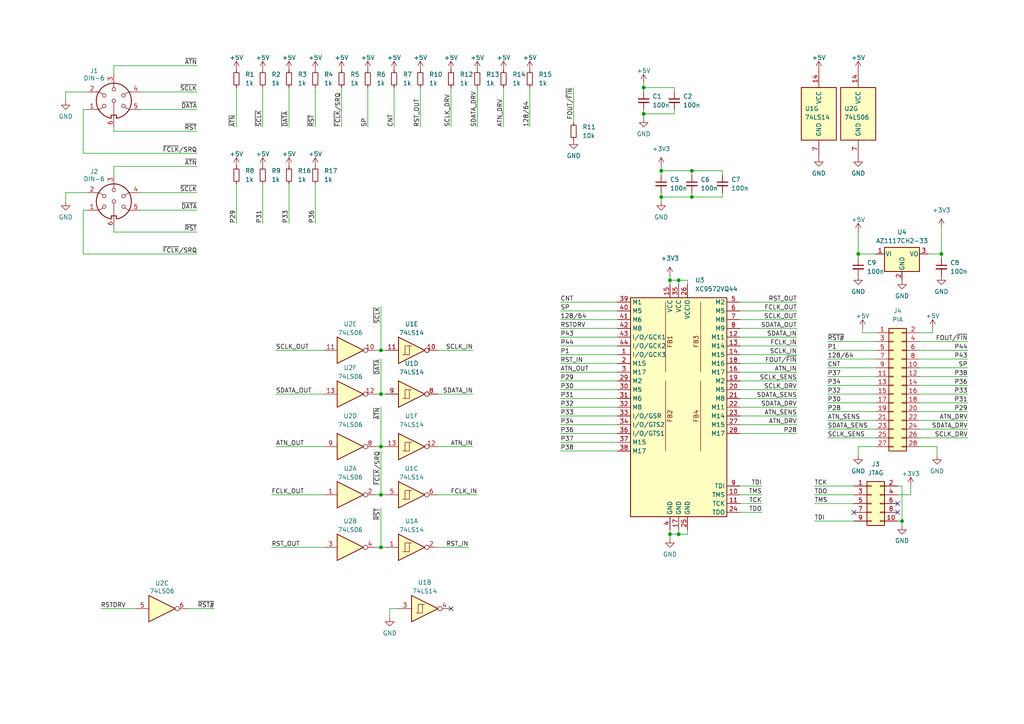
<source format=kicad_sch>
(kicad_sch (version 20231120) (generator "eeschema") (generator_version "8.0")
  (paper "A4")
  (title_block (title "IEC Adapter for Unicomp") (date "2024-12-25") (rev "v0.1") (company "100% Offner") (comment 1 "v0.1: Initial"))
  (lib_symbols
    (symbol "74xx:74LS06" (pin_names (offset 1.016))
      (property "Reference" "U" (at 0 1.27 0))
      (property "Value" "74LS06" (at 0 -1.27 0))
      (symbol "74LS06_1_0"
        (pin input line (at -7.62 0 0) (length 3.81) (name "~") (number "1"))
        (pin open_collector inverted (at 7.62 0 180) (length 3.81) (name "~") (number "2"))
      )
      (symbol "74LS06_2_0"
        (pin input line (at -7.62 0 0) (length 3.81) (name "~") (number "3"))
        (pin open_collector inverted (at 7.62 0 180) (length 3.81) (name "~") (number "4"))
      )
      (symbol "74LS06_3_0"
        (pin input line (at -7.62 0 0) (length 3.81) (name "~") (number "5"))
        (pin open_collector inverted (at 7.62 0 180) (length 3.81) (name "~") (number "6"))
      )
      (symbol "74LS06_4_0"
        (pin open_collector inverted (at 7.62 0 180) (length 3.81) (name "~") (number "8"))
        (pin input line (at -7.62 0 0) (length 3.81) (name "~") (number "9"))
      )
      (symbol "74LS06_5_0"
        (pin open_collector inverted (at 7.62 0 180) (length 3.81) (name "~") (number "10"))
        (pin input line (at -7.62 0 0) (length 3.81) (name "~") (number "11"))
      )
      (symbol "74LS06_6_0"
        (pin open_collector inverted (at 7.62 0 180) (length 3.81) (name "~") (number "12"))
        (pin input line (at -7.62 0 0) (length 3.81) (name "~") (number "13"))
      )
      (symbol "74LS06_7_0"
        (pin power_in line (at 0 12.7 270) (length 5.08) (name "VCC") (number "14"))
        (pin power_in line (at 0 -12.7 90) (length 5.08) (name "GND") (number "7"))
      )
    )
    (symbol "74xx:74LS14" (pin_names (offset 1.016))
      (property "Reference" "U" (at 0 1.27 0))
      (property "Value" "74LS14" (at 0 -1.27 0))
      (symbol "74LS14_1_0"
        (pin input line (at -7.62 0 0) (length 3.81) (name "~") (number "1"))
        (pin output inverted (at 7.62 0 180) (length 3.81) (name "~") (number "2"))
      )
      (symbol "74LS14_2_0"
        (pin input line (at -7.62 0 0) (length 3.81) (name "~") (number "3"))
        (pin output inverted (at 7.62 0 180) (length 3.81) (name "~") (number "4"))
      )
      (symbol "74LS14_3_0"
        (pin input line (at -7.62 0 0) (length 3.81) (name "~") (number "5"))
        (pin output inverted (at 7.62 0 180) (length 3.81) (name "~") (number "6"))
      )
      (symbol "74LS14_4_0"
        (pin output inverted (at 7.62 0 180) (length 3.81) (name "~") (number "8"))
        (pin input line (at -7.62 0 0) (length 3.81) (name "~") (number "9"))
      )
      (symbol "74LS14_5_0"
        (pin output inverted (at 7.62 0 180) (length 3.81) (name "~") (number "10"))
        (pin input line (at -7.62 0 0) (length 3.81) (name "~") (number "11"))
      )
      (symbol "74LS14_6_0"
        (pin output inverted (at 7.62 0 180) (length 3.81) (name "~") (number "12"))
        (pin input line (at -7.62 0 0) (length 3.81) (name "~") (number "13"))
      )
      (symbol "74LS14_7_0"
        (pin power_in line (at 0 12.7 270) (length 5.08) (name "VCC") (number "14"))
        (pin power_in line (at 0 -12.7 90) (length 5.08) (name "GND") (number "7"))
      )
    )
    (symbol "Connector:DIN-6" (pin_names (offset 1.016))
      (property "Reference" "J" (at 3.175 5.715 0))
      (property "Value" "DIN-6" (at 4.445 -4.445 0))
      (symbol "DIN-6_1_1"
        (pin passive line (at -7.62 -2.54 0) (length 2.54) (name "~") (number "1"))
        (pin passive line (at -7.62 2.54 0) (length 2.54) (name "~") (number "2"))
        (pin passive line (at 0 7.62 270) (length 2.54) (name "~") (number "3"))
        (pin passive line (at 7.62 2.54 180) (length 2.54) (name "~") (number "4"))
        (pin passive line (at 7.62 -2.54 180) (length 2.54) (name "~") (number "5"))
        (pin passive line (at 0 -7.62 90) (length 2.54) (name "~") (number "6"))
      )
    )
    (symbol "Connector_Generic:Conn_02x05_Odd_Even" (pin_names (offset 1.016) hide)
      (property "Reference" "J" (at 1.27 7.62 0))
      (property "Value" "Conn_02x05_Odd_Even" (at 1.27 -7.62 0))
      (symbol "Conn_02x05_Odd_Even_1_1"
        (pin passive line (at -5.08 5.08 0) (length 3.81) (name "Pin_1") (number "1"))
        (pin passive line (at 7.62 -5.08 180) (length 3.81) (name "Pin_10") (number "10"))
        (pin passive line (at 7.62 5.08 180) (length 3.81) (name "Pin_2") (number "2"))
        (pin passive line (at -5.08 2.54 0) (length 3.81) (name "Pin_3") (number "3"))
        (pin passive line (at 7.62 2.54 180) (length 3.81) (name "Pin_4") (number "4"))
        (pin passive line (at -5.08 0 0) (length 3.81) (name "Pin_5") (number "5"))
        (pin passive line (at 7.62 0 180) (length 3.81) (name "Pin_6") (number "6"))
        (pin passive line (at -5.08 -2.54 0) (length 3.81) (name "Pin_7") (number "7"))
        (pin passive line (at 7.62 -2.54 180) (length 3.81) (name "Pin_8") (number "8"))
        (pin passive line (at -5.08 -5.08 0) (length 3.81) (name "Pin_9") (number "9"))
      )
    )
    (symbol "Connector_Generic:Conn_02x14_Odd_Even" (pin_names (offset 1.016) hide)
      (property "Reference" "J" (at 1.27 17.78 0))
      (property "Value" "Conn_02x14_Odd_Even" (at 1.27 -20.32 0))
      (symbol "Conn_02x14_Odd_Even_1_1"
        (pin passive line (at -5.08 15.24 0) (length 3.81) (name "Pin_1") (number "1"))
        (pin passive line (at 7.62 5.08 180) (length 3.81) (name "Pin_10") (number "10"))
        (pin passive line (at -5.08 2.54 0) (length 3.81) (name "Pin_11") (number "11"))
        (pin passive line (at 7.62 2.54 180) (length 3.81) (name "Pin_12") (number "12"))
        (pin passive line (at -5.08 0 0) (length 3.81) (name "Pin_13") (number "13"))
        (pin passive line (at 7.62 0 180) (length 3.81) (name "Pin_14") (number "14"))
        (pin passive line (at -5.08 -2.54 0) (length 3.81) (name "Pin_15") (number "15"))
        (pin passive line (at 7.62 -2.54 180) (length 3.81) (name "Pin_16") (number "16"))
        (pin passive line (at -5.08 -5.08 0) (length 3.81) (name "Pin_17") (number "17"))
        (pin passive line (at 7.62 -5.08 180) (length 3.81) (name "Pin_18") (number "18"))
        (pin passive line (at -5.08 -7.62 0) (length 3.81) (name "Pin_19") (number "19"))
        (pin passive line (at 7.62 15.24 180) (length 3.81) (name "Pin_2") (number "2"))
        (pin passive line (at 7.62 -7.62 180) (length 3.81) (name "Pin_20") (number "20"))
        (pin passive line (at -5.08 -10.16 0) (length 3.81) (name "Pin_21") (number "21"))
        (pin passive line (at 7.62 -10.16 180) (length 3.81) (name "Pin_22") (number "22"))
        (pin passive line (at -5.08 -12.7 0) (length 3.81) (name "Pin_23") (number "23"))
        (pin passive line (at 7.62 -12.7 180) (length 3.81) (name "Pin_24") (number "24"))
        (pin passive line (at -5.08 -15.24 0) (length 3.81) (name "Pin_25") (number "25"))
        (pin passive line (at 7.62 -15.24 180) (length 3.81) (name "Pin_26") (number "26"))
        (pin passive line (at -5.08 -17.78 0) (length 3.81) (name "Pin_27") (number "27"))
        (pin passive line (at 7.62 -17.78 180) (length 3.81) (name "Pin_28") (number "28"))
        (pin passive line (at -5.08 12.7 0) (length 3.81) (name "Pin_3") (number "3"))
        (pin passive line (at 7.62 12.7 180) (length 3.81) (name "Pin_4") (number "4"))
        (pin passive line (at -5.08 10.16 0) (length 3.81) (name "Pin_5") (number "5"))
        (pin passive line (at 7.62 10.16 180) (length 3.81) (name "Pin_6") (number "6"))
        (pin passive line (at -5.08 7.62 0) (length 3.81) (name "Pin_7") (number "7"))
        (pin passive line (at 7.62 7.62 180) (length 3.81) (name "Pin_8") (number "8"))
        (pin passive line (at -5.08 5.08 0) (length 3.81) (name "Pin_9") (number "9"))
      )
    )
    (symbol "Device:C_Small" (pin_numbers hide) (pin_names (offset 0.254) hide)
      (property "Reference" "C" (at 0.254 1.778 0))
      (property "Value" "C_Small" (at 0.254 -2.032 0))
      (symbol "C_Small_1_1"
        (pin passive line (at 0 2.54 270) (length 2.032) (name "~") (number "1"))
        (pin passive line (at 0 -2.54 90) (length 2.032) (name "~") (number "2"))
      )
    )
    (symbol "Device:R_Small" (pin_numbers hide) (pin_names (offset 0.254) hide)
      (property "Reference" "R" (at 0.762 0.508 0))
      (property "Value" "R_Small" (at 0.762 -1.016 0))
      (symbol "R_Small_1_1"
        (pin passive line (at 0 2.54 270) (length 0.762) (name "~") (number "1"))
        (pin passive line (at 0 -2.54 90) (length 0.762) (name "~") (number "2"))
      )
    )
    (symbol "Regulator_Linear:AP7361C-33E" (pin_names (offset 0.254))
      (property "Reference" "U" (at -3.81 3.175 0))
      (property "Value" "AP7361C-33E" (at 0 3.175 0))
      (symbol "AP7361C-33E_1_1"
        (pin power_in line (at -7.62 0 0) (length 2.54) (name "VI") (number "1"))
        (pin power_in line (at 0 -7.62 90) (length 2.54) (name "GND") (number "2"))
        (pin power_out line (at 7.62 0 180) (length 2.54) (name "VO") (number "3"))
      )
    )
    (symbol "my_ics_new:XC9572VQ44"
      (property "Reference" "U" (at -12.7 34.29 0))
      (property "Value" "XC9572VQ44" (at -12.7 31.75 0))
      (symbol "XC9572VQ44_0_0"
        (text "FB1" (at -2.54 16.51 900) (effects (font (size 1.27 1.27))))
        (text "FB2" (at -2.54 -5.08 900) (effects (font (size 1.27 1.27))))
        (text "FB3" (at 5.08 16.51 900) (effects (font (size 1.27 1.27))))
        (text "FB4" (at 5.08 -5.08 900) (effects (font (size 1.27 1.27))))
      )
      (symbol "XC9572VQ44_1_1"
        (pin bidirectional line (at -17.78 12.7 0) (length 3.81) (name "I/O/GCK3") (number "1"))
        (pin input line (at 17.78 -27.94 180) (length 3.81) (name "TMS") (number "10"))
        (pin input line (at 17.78 -30.48 180) (length 3.81) (name "TCK") (number "11"))
        (pin bidirectional line (at 17.78 17.78 180) (length 3.81) (name "M11") (number "12"))
        (pin bidirectional line (at 17.78 15.24 180) (length 3.81) (name "M14") (number "13"))
        (pin bidirectional line (at 17.78 12.7 180) (length 3.81) (name "M15") (number "14"))
        (pin power_in line (at -2.54 33.02 270) (length 3.81) (name "VCC") (number "15"))
        (pin bidirectional line (at 17.78 7.62 180) (length 3.81) (name "M17") (number "16"))
        (pin power_in line (at 0 -38.1 90) (length 3.81) (name "GND") (number "17"))
        (pin bidirectional line (at 17.78 10.16 180) (length 3.81) (name "M16") (number "18"))
        (pin bidirectional line (at 17.78 5.08 180) (length 3.81) (name "M2") (number "19"))
        (pin bidirectional line (at -17.78 10.16 0) (length 3.81) (name "M15") (number "2"))
        (pin bidirectional line (at 17.78 2.54 180) (length 3.81) (name "M5") (number "20"))
        (pin bidirectional line (at 17.78 0 180) (length 3.81) (name "M8") (number "21"))
        (pin bidirectional line (at 17.78 -2.54 180) (length 3.81) (name "M11") (number "22"))
        (pin bidirectional line (at 17.78 -5.08 180) (length 3.81) (name "M14") (number "23"))
        (pin output line (at 17.78 -33.02 180) (length 3.81) (name "TDO") (number "24"))
        (pin power_in line (at 2.54 -38.1 90) (length 3.81) (name "GND") (number "25"))
        (pin power_in line (at 2.54 33.02 270) (length 3.81) (name "VCCIO") (number "26"))
        (pin bidirectional line (at 17.78 -7.62 180) (length 3.81) (name "M15") (number "27"))
        (pin bidirectional line (at 17.78 -10.16 180) (length 3.81) (name "M17") (number "28"))
        (pin bidirectional line (at -17.78 5.08 0) (length 3.81) (name "M2") (number "29"))
        (pin bidirectional line (at -17.78 7.62 0) (length 3.81) (name "M17") (number "3"))
        (pin bidirectional line (at -17.78 2.54 0) (length 3.81) (name "M5") (number "30"))
        (pin bidirectional line (at -17.78 0 0) (length 3.81) (name "M6") (number "31"))
        (pin bidirectional line (at -17.78 -2.54 0) (length 3.81) (name "M8") (number "32"))
        (pin bidirectional line (at -17.78 -5.08 0) (length 3.81) (name "I/O/GSR") (number "33"))
        (pin bidirectional line (at -17.78 -7.62 0) (length 3.81) (name "I/O/GTS2") (number "34"))
        (pin power_in line (at 0 33.02 270) (length 3.81) (name "VCC") (number "35"))
        (pin bidirectional line (at -17.78 -10.16 0) (length 3.81) (name "I/O/GTS1") (number "36"))
        (pin bidirectional line (at -17.78 -12.7 0) (length 3.81) (name "M15") (number "37"))
        (pin bidirectional line (at -17.78 -15.24 0) (length 3.81) (name "M17") (number "38"))
        (pin bidirectional line (at -17.78 27.94 0) (length 3.81) (name "M1") (number "39"))
        (pin power_in line (at -2.54 -38.1 90) (length 3.81) (name "GND") (number "4"))
        (pin bidirectional line (at -17.78 25.4 0) (length 3.81) (name "M5") (number "40"))
        (pin bidirectional line (at -17.78 22.86 0) (length 3.81) (name "M6") (number "41"))
        (pin bidirectional line (at -17.78 20.32 0) (length 3.81) (name "M8") (number "42"))
        (pin bidirectional line (at -17.78 17.78 0) (length 3.81) (name "I/O/GCK1") (number "43"))
        (pin bidirectional line (at -17.78 15.24 0) (length 3.81) (name "I/O/GCK2") (number "44"))
        (pin bidirectional line (at 17.78 27.94 180) (length 3.81) (name "M2") (number "5"))
        (pin bidirectional line (at 17.78 25.4 180) (length 3.81) (name "M5") (number "6"))
        (pin bidirectional line (at 17.78 22.86 180) (length 3.81) (name "M8") (number "7"))
        (pin bidirectional line (at 17.78 20.32 180) (length 3.81) (name "M9") (number "8"))
        (pin input line (at 17.78 -25.4 180) (length 3.81) (name "TDI") (number "9"))
      )
    )
    (symbol "power:+3V3" (power) (pin_numbers hide) (pin_names (offset 0) hide)
      (property "Value" "+3V3" (at 0 3.556 0))
      (symbol "+3V3_1_1"
        (pin power_in line (at 0 0 90) (length 0) (name "~") (number "1"))
      )
    )
    (symbol "power:+5V" (power) (pin_names (offset 0))
      (property "Value" "+5V" (at 0 3.556 0))
      (symbol "+5V_1_1"
        (pin power_in line (at 0 0 90) (length 0) hide (name "+5V") (number "1"))
      )
    )
    (symbol "power:GND" (power) (pin_names (offset 0))
      (property "Value" "GND" (at 0 -3.81 0))
      (symbol "GND_1_1"
        (pin power_in line (at 0 0 270) (length 0) hide (name "GND") (number "1"))
      )
    )
  )
  (junction (at 200.66 57.15))
  (junction (at 196.85 81.28))
  (junction (at 186.69 25.4))
  (junction (at 273.05 73.66))
  (junction (at 191.77 49.53))
  (junction (at 194.31 154.94))
  (junction (at 110.49 129.54))
  (junction (at 110.49 143.51))
  (junction (at 194.31 81.28))
  (junction (at 200.66 49.53))
  (junction (at 196.85 154.94))
  (junction (at 110.49 101.6))
  (junction (at 191.77 57.15))
  (junction (at 248.92 73.66))
  (junction (at 261.62 151.13))
  (junction (at 110.49 114.3))
  (junction (at 186.69 33.02))
  (junction (at 110.49 158.75))
  (no_connect (at 260.35 148.59))
  (no_connect (at 260.35 146.05))
  (no_connect (at 130.81 176.53))
  (no_connect (at 247.65 148.59))
  (wire (pts (xy 271.78 129.54) (xy 271.78 132.08)))
  (wire (pts (xy 153.67 25.4) (xy 153.67 36.83)))
  (wire (pts (xy 236.22 143.51) (xy 247.65 143.51)))
  (wire (pts (xy 194.31 154.94) (xy 194.31 156.21)))
  (wire (pts (xy 135.89 158.75) (xy 127 158.75)))
  (wire (pts (xy 266.7 114.3) (xy 280.67 114.3)))
  (wire (pts (xy 248.92 129.54) (xy 248.92 132.08)))
  (wire (pts (xy 113.03 176.53) (xy 113.03 179.07)))
  (wire (pts (xy 250.19 95.25) (xy 250.19 96.52)))
  (wire (pts (xy 19.05 58.42) (xy 19.05 55.88)))
  (wire (pts (xy 209.55 55.88) (xy 209.55 57.15)))
  (wire (pts (xy 200.66 50.8) (xy 200.66 49.53)))
  (wire (pts (xy 191.77 49.53) (xy 200.66 49.53)))
  (wire (pts (xy 162.56 115.57) (xy 179.07 115.57)))
  (wire (pts (xy 57.15 44.45) (xy 24.13 44.45)))
  (wire (pts (xy 266.7 119.38) (xy 280.67 119.38)))
  (wire (pts (xy 83.82 53.34) (xy 83.82 64.77)))
  (wire (pts (xy 240.03 104.14) (xy 254 104.14)))
  (wire (pts (xy 186.69 24.13) (xy 186.69 25.4)))
  (wire (pts (xy 270.51 95.25) (xy 270.51 96.52)))
  (wire (pts (xy 162.56 128.27) (xy 179.07 128.27)))
  (wire (pts (xy 220.98 148.59) (xy 214.63 148.59)))
  (wire (pts (xy 194.31 81.28) (xy 196.85 81.28)))
  (wire (pts (xy 266.7 121.92) (xy 280.67 121.92)))
  (wire (pts (xy 24.13 31.75) (xy 25.4 31.75)))
  (wire (pts (xy 127 101.6) (xy 137.16 101.6)))
  (wire (pts (xy 19.05 26.67) (xy 25.4 26.67)))
  (wire (pts (xy 273.05 66.04) (xy 273.05 73.66)))
  (wire (pts (xy 162.56 90.17) (xy 179.07 90.17)))
  (wire (pts (xy 214.63 102.87) (xy 231.14 102.87)))
  (wire (pts (xy 261.62 151.13) (xy 261.62 152.4)))
  (wire (pts (xy 40.64 60.96) (xy 57.15 60.96)))
  (wire (pts (xy 162.56 123.19) (xy 179.07 123.19)))
  (wire (pts (xy 240.03 99.06) (xy 254 99.06)))
  (wire (pts (xy 220.98 143.51) (xy 214.63 143.51)))
  (wire (pts (xy 57.15 19.05) (xy 33.02 19.05)))
  (wire (pts (xy 260.35 140.97) (xy 261.62 140.97)))
  (wire (pts (xy 99.06 25.4) (xy 99.06 36.83)))
  (wire (pts (xy 24.13 60.96) (xy 25.4 60.96)))
  (wire (pts (xy 186.69 34.29) (xy 186.69 33.02)))
  (wire (pts (xy 40.64 55.88) (xy 57.15 55.88)))
  (wire (pts (xy 200.66 49.53) (xy 209.55 49.53)))
  (wire (pts (xy 109.22 129.54) (xy 110.49 129.54)))
  (wire (pts (xy 254 129.54) (xy 248.92 129.54)))
  (wire (pts (xy 127 114.3) (xy 137.16 114.3)))
  (wire (pts (xy 91.44 53.34) (xy 91.44 64.77)))
  (wire (pts (xy 220.98 146.05) (xy 214.63 146.05)))
  (wire (pts (xy 80.01 101.6) (xy 93.98 101.6)))
  (wire (pts (xy 57.15 38.1) (xy 33.02 38.1)))
  (wire (pts (xy 194.31 80.01) (xy 194.31 81.28)))
  (wire (pts (xy 214.63 125.73) (xy 231.14 125.73)))
  (wire (pts (xy 110.49 158.75) (xy 111.76 158.75)))
  (wire (pts (xy 78.74 158.75) (xy 93.98 158.75)))
  (wire (pts (xy 110.49 118.11) (xy 110.49 129.54)))
  (wire (pts (xy 214.63 110.49) (xy 231.14 110.49)))
  (wire (pts (xy 130.81 25.4) (xy 130.81 36.83)))
  (wire (pts (xy 194.31 81.28) (xy 194.31 82.55)))
  (wire (pts (xy 260.35 151.13) (xy 261.62 151.13)))
  (wire (pts (xy 214.63 97.79) (xy 231.14 97.79)))
  (wire (pts (xy 248.92 67.31) (xy 248.92 73.66)))
  (wire (pts (xy 240.03 116.84) (xy 254 116.84)))
  (wire (pts (xy 260.35 143.51) (xy 264.16 143.51)))
  (wire (pts (xy 83.82 25.4) (xy 83.82 36.83)))
  (wire (pts (xy 240.03 114.3) (xy 254 114.3)))
  (wire (pts (xy 29.21 176.53) (xy 39.37 176.53)))
  (wire (pts (xy 68.58 25.4) (xy 68.58 36.83)))
  (wire (pts (xy 214.63 107.95) (xy 231.14 107.95)))
  (wire (pts (xy 266.7 116.84) (xy 280.67 116.84)))
  (wire (pts (xy 220.98 140.97) (xy 214.63 140.97)))
  (wire (pts (xy 110.49 143.51) (xy 109.22 143.51)))
  (wire (pts (xy 115.57 176.53) (xy 113.03 176.53)))
  (wire (pts (xy 266.7 99.06) (xy 280.67 99.06)))
  (wire (pts (xy 214.63 105.41) (xy 231.14 105.41)))
  (wire (pts (xy 186.69 25.4) (xy 195.58 25.4)))
  (wire (pts (xy 33.02 38.1) (xy 33.02 36.83)))
  (wire (pts (xy 261.62 140.97) (xy 261.62 151.13)))
  (wire (pts (xy 266.7 106.68) (xy 280.67 106.68)))
  (wire (pts (xy 110.49 130.81) (xy 110.49 143.51)))
  (wire (pts (xy 214.63 95.25) (xy 231.14 95.25)))
  (wire (pts (xy 214.63 90.17) (xy 231.14 90.17)))
  (wire (pts (xy 76.2 25.4) (xy 76.2 36.83)))
  (wire (pts (xy 110.49 88.9) (xy 110.49 101.6)))
  (wire (pts (xy 273.05 73.66) (xy 273.05 74.93)))
  (wire (pts (xy 162.56 118.11) (xy 179.07 118.11)))
  (wire (pts (xy 78.74 143.51) (xy 93.98 143.51)))
  (wire (pts (xy 199.39 82.55) (xy 199.39 81.28)))
  (wire (pts (xy 254 73.66) (xy 248.92 73.66)))
  (wire (pts (xy 111.76 143.51) (xy 110.49 143.51)))
  (wire (pts (xy 266.7 127) (xy 280.67 127)))
  (wire (pts (xy 209.55 57.15) (xy 200.66 57.15)))
  (wire (pts (xy 209.55 50.8) (xy 209.55 49.53)))
  (wire (pts (xy 110.49 147.32) (xy 110.49 158.75)))
  (wire (pts (xy 214.63 92.71) (xy 231.14 92.71)))
  (wire (pts (xy 195.58 31.75) (xy 195.58 33.02)))
  (wire (pts (xy 196.85 153.67) (xy 196.85 154.94)))
  (wire (pts (xy 195.58 26.67) (xy 195.58 25.4)))
  (wire (pts (xy 191.77 49.53) (xy 191.77 50.8)))
  (wire (pts (xy 162.56 110.49) (xy 179.07 110.49)))
  (wire (pts (xy 266.7 111.76) (xy 280.67 111.76)))
  (wire (pts (xy 138.43 25.4) (xy 138.43 36.83)))
  (wire (pts (xy 146.05 25.4) (xy 146.05 36.83)))
  (wire (pts (xy 110.49 104.14) (xy 110.49 114.3)))
  (wire (pts (xy 214.63 123.19) (xy 231.14 123.19)))
  (wire (pts (xy 240.03 109.22) (xy 254 109.22)))
  (wire (pts (xy 111.76 129.54) (xy 110.49 129.54)))
  (wire (pts (xy 91.44 25.4) (xy 91.44 36.83)))
  (wire (pts (xy 162.56 130.81) (xy 179.07 130.81)))
  (wire (pts (xy 236.22 146.05) (xy 247.65 146.05)))
  (wire (pts (xy 68.58 53.34) (xy 68.58 64.77)))
  (wire (pts (xy 240.03 119.38) (xy 254 119.38)))
  (wire (pts (xy 40.64 26.67) (xy 57.15 26.67)))
  (wire (pts (xy 199.39 153.67) (xy 199.39 154.94)))
  (wire (pts (xy 248.92 73.66) (xy 248.92 74.93)))
  (wire (pts (xy 40.64 31.75) (xy 57.15 31.75)))
  (wire (pts (xy 191.77 58.42) (xy 191.77 57.15)))
  (wire (pts (xy 162.56 113.03) (xy 179.07 113.03)))
  (wire (pts (xy 162.56 92.71) (xy 179.07 92.71)))
  (wire (pts (xy 19.05 29.21) (xy 19.05 26.67)))
  (wire (pts (xy 162.56 120.65) (xy 179.07 120.65)))
  (wire (pts (xy 236.22 151.13) (xy 247.65 151.13)))
  (wire (pts (xy 266.7 109.22) (xy 280.67 109.22)))
  (wire (pts (xy 127 129.54) (xy 137.16 129.54)))
  (wire (pts (xy 106.68 25.4) (xy 106.68 36.83)))
  (wire (pts (xy 214.63 115.57) (xy 231.14 115.57)))
  (wire (pts (xy 240.03 124.46) (xy 254 124.46)))
  (wire (pts (xy 186.69 25.4) (xy 186.69 26.67)))
  (wire (pts (xy 162.56 100.33) (xy 179.07 100.33)))
  (wire (pts (xy 127 143.51) (xy 138.43 143.51)))
  (wire (pts (xy 162.56 125.73) (xy 179.07 125.73)))
  (wire (pts (xy 214.63 120.65) (xy 231.14 120.65)))
  (wire (pts (xy 24.13 44.45) (xy 24.13 31.75)))
  (wire (pts (xy 109.22 158.75) (xy 110.49 158.75)))
  (wire (pts (xy 109.22 114.3) (xy 110.49 114.3)))
  (wire (pts (xy 240.03 101.6) (xy 254 101.6)))
  (wire (pts (xy 236.22 140.97) (xy 247.65 140.97)))
  (wire (pts (xy 162.56 107.95) (xy 179.07 107.95)))
  (wire (pts (xy 162.56 102.87) (xy 179.07 102.87)))
  (wire (pts (xy 57.15 73.66) (xy 24.13 73.66)))
  (wire (pts (xy 264.16 140.97) (xy 264.16 143.51)))
  (wire (pts (xy 195.58 33.02) (xy 186.69 33.02)))
  (wire (pts (xy 196.85 81.28) (xy 199.39 81.28)))
  (wire (pts (xy 24.13 73.66) (xy 24.13 60.96)))
  (wire (pts (xy 19.05 55.88) (xy 25.4 55.88)))
  (wire (pts (xy 121.92 25.4) (xy 121.92 36.83)))
  (wire (pts (xy 240.03 127) (xy 254 127)))
  (wire (pts (xy 162.56 95.25) (xy 179.07 95.25)))
  (wire (pts (xy 111.76 101.6) (xy 110.49 101.6)))
  (wire (pts (xy 250.19 96.52) (xy 254 96.52)))
  (wire (pts (xy 33.02 48.26) (xy 33.02 50.8)))
  (wire (pts (xy 240.03 121.92) (xy 254 121.92)))
  (wire (pts (xy 162.56 97.79) (xy 179.07 97.79)))
  (wire (pts (xy 196.85 154.94) (xy 194.31 154.94)))
  (wire (pts (xy 57.15 48.26) (xy 33.02 48.26)))
  (wire (pts (xy 214.63 87.63) (xy 231.14 87.63)))
  (wire (pts (xy 273.05 73.66) (xy 269.24 73.66)))
  (wire (pts (xy 162.56 105.41) (xy 179.07 105.41)))
  (wire (pts (xy 62.23 176.53) (xy 54.61 176.53)))
  (wire (pts (xy 266.7 124.46) (xy 280.67 124.46)))
  (wire (pts (xy 109.22 101.6) (xy 110.49 101.6)))
  (wire (pts (xy 266.7 129.54) (xy 271.78 129.54)))
  (wire (pts (xy 214.63 118.11) (xy 231.14 118.11)))
  (wire (pts (xy 191.77 48.26) (xy 191.77 49.53)))
  (wire (pts (xy 33.02 19.05) (xy 33.02 21.59)))
  (wire (pts (xy 214.63 113.03) (xy 231.14 113.03)))
  (wire (pts (xy 240.03 111.76) (xy 254 111.76)))
  (wire (pts (xy 166.37 25.4) (xy 166.37 35.56)))
  (wire (pts (xy 111.76 114.3) (xy 110.49 114.3)))
  (wire (pts (xy 200.66 55.88) (xy 200.66 57.15)))
  (wire (pts (xy 80.01 129.54) (xy 93.98 129.54)))
  (wire (pts (xy 162.56 87.63) (xy 179.07 87.63)))
  (wire (pts (xy 200.66 57.15) (xy 191.77 57.15)))
  (wire (pts (xy 57.15 67.31) (xy 33.02 67.31)))
  (wire (pts (xy 186.69 33.02) (xy 186.69 31.75)))
  (wire (pts (xy 76.2 53.34) (xy 76.2 64.77)))
  (wire (pts (xy 199.39 154.94) (xy 196.85 154.94)))
  (wire (pts (xy 194.31 153.67) (xy 194.31 154.94)))
  (wire (pts (xy 33.02 67.31) (xy 33.02 66.04)))
  (wire (pts (xy 114.3 25.4) (xy 114.3 36.83)))
  (wire (pts (xy 266.7 104.14) (xy 280.67 104.14)))
  (wire (pts (xy 266.7 101.6) (xy 280.67 101.6)))
  (wire (pts (xy 240.03 106.68) (xy 254 106.68)))
  (wire (pts (xy 191.77 57.15) (xy 191.77 55.88)))
  (wire (pts (xy 270.51 96.52) (xy 266.7 96.52)))
  (wire (pts (xy 80.01 114.3) (xy 93.98 114.3)))
  (wire (pts (xy 196.85 81.28) (xy 196.85 82.55)))
  (wire (pts (xy 214.63 100.33) (xy 231.14 100.33)))
  (label "P43" (at 280.67 104.14 180))
  (label "SDATA_SENS" (at 231.14 115.57 180))
  (label "P29" (at 68.58 64.77 90))
  (label "~{ATN}" (at 68.58 36.83 90))
  (label "SCLK_OUT" (at 80.01 101.6 0))
  (label "128{slash}64" (at 240.03 104.14 0))
  (label "~{RST}" (at 110.49 147.32 270))
  (label "SDATA_DRV" (at 138.43 36.83 90))
  (label "TDO" (at 236.22 143.51 0))
  (label "~{SCLK}" (at 110.49 88.9 270))
  (label "P37" (at 162.56 128.27 0))
  (label "~{DATA}" (at 57.15 31.75 180))
  (label "P1" (at 162.56 102.87 0))
  (label "ATN_IN" (at 231.14 107.95 180))
  (label "~{FCLK}{slash}SRQ" (at 110.49 130.81 270))
  (label "P34" (at 240.03 111.76 0))
  (label "RST_IN" (at 135.89 158.75 180))
  (label "SDATA_OUT" (at 80.01 114.3 0))
  (label "~{ATN}" (at 110.49 118.11 270))
  (label "128{slash}64" (at 162.56 92.71 0))
  (label "P43" (at 162.56 97.79 0))
  (label "~{SCLK}" (at 57.15 55.88 180))
  (label "~{ATN}" (at 57.15 19.05 180))
  (label "SP" (at 162.56 90.17 0))
  (label "SCLK_SENS" (at 231.14 110.49 180))
  (label "TDI" (at 236.22 151.13 0))
  (label "ATN_IN" (at 137.16 129.54 180))
  (label "~{DATA}" (at 57.15 60.96 180))
  (label "P32" (at 162.56 118.11 0))
  (label "FOUT{slash}~{FIN}" (at 166.37 25.4 270))
  (label "ATN_OUT" (at 162.56 107.95 0))
  (label "SDATA_DRV" (at 280.67 124.46 180))
  (label "RST_OUT" (at 78.74 158.75 0))
  (label "P38" (at 162.56 130.81 0))
  (label "P44" (at 280.67 101.6 180))
  (label "FCLK_IN" (at 231.14 100.33 180))
  (label "SCLK_SENS" (at 240.03 127 0))
  (label "ATN_OUT" (at 80.01 129.54 0))
  (label "~{FCLK}{slash}SRQ" (at 99.06 36.83 90))
  (label "~{DATA}" (at 83.82 36.83 90))
  (label "~{FCLK}{slash}SRQ" (at 57.15 44.45 180))
  (label "~{SCLK}" (at 76.2 36.83 90))
  (label "RST_OUT" (at 231.14 87.63 180))
  (label "~{DATA}" (at 110.49 104.14 270))
  (label "FOUT{slash}~{FIN}" (at 280.67 99.06 180))
  (label "~{RST#}" (at 240.03 99.06 0))
  (label "ATN_SENS" (at 240.03 121.92 0))
  (label "RST_IN" (at 162.56 105.41 0))
  (label "SDATA_SENS" (at 240.03 124.46 0))
  (label "ATN_SENS" (at 231.14 120.65 180))
  (label "P29" (at 162.56 110.49 0))
  (label "TMS" (at 236.22 146.05 0))
  (label "~{RST}" (at 57.15 38.1 180))
  (label "SDATA_DRV" (at 231.14 118.11 180))
  (label "RSTDRV" (at 162.56 95.25 0))
  (label "P33" (at 83.82 64.77 90))
  (label "P36" (at 91.44 64.77 90))
  (label "P33" (at 280.67 114.3 180))
  (label "P36" (at 162.56 125.73 0))
  (label "~{RST}" (at 91.44 36.83 90))
  (label "TDO" (at 220.98 148.59 180))
  (label "P31" (at 162.56 115.57 0))
  (label "128{slash}64" (at 153.67 36.83 90))
  (label "SCLK_DRV" (at 280.67 127 180))
  (label "RSTDRV" (at 29.21 176.53 0))
  (label "CNT" (at 162.56 87.63 0))
  (label "P44" (at 162.56 100.33 0))
  (label "CNT" (at 240.03 106.68 0))
  (label "SCLK_DRV" (at 231.14 113.03 180))
  (label "SDATA_IN" (at 137.16 114.3 180))
  (label "P37" (at 240.03 109.22 0))
  (label "SP" (at 280.67 106.68 180))
  (label "TCK" (at 236.22 140.97 0))
  (label "P30" (at 240.03 116.84 0))
  (label "~{RST}" (at 57.15 67.31 180))
  (label "ATN_DRV" (at 146.05 36.83 90))
  (label "P33" (at 162.56 120.65 0))
  (label "TCK" (at 220.98 146.05 180))
  (label "RST_OUT" (at 121.92 36.83 90))
  (label "CNT" (at 114.3 36.83 90))
  (label "ATN_DRV" (at 231.14 123.19 180))
  (label "SCLK_OUT" (at 231.14 92.71 180))
  (label "~{SCLK}" (at 57.15 26.67 180))
  (label "FCLK_OUT" (at 231.14 90.17 180))
  (label "~{ATN}" (at 57.15 48.26 180))
  (label "P32" (at 240.03 114.3 0))
  (label "P30" (at 162.56 113.03 0))
  (label "ATN_DRV" (at 280.67 121.92 180))
  (label "TDI" (at 220.98 140.97 180))
  (label "P36" (at 280.67 111.76 180))
  (label "~{RST#}" (at 62.23 176.53 180))
  (label "P34" (at 162.56 123.19 0))
  (label "SCLK_IN" (at 231.14 102.87 180))
  (label "P31" (at 76.2 64.77 90))
  (label "FOUT{slash}~{FIN}" (at 231.14 105.41 180))
  (label "SDATA_IN" (at 231.14 97.79 180))
  (label "SP" (at 106.68 36.83 90))
  (label "SDATA_OUT" (at 231.14 95.25 180))
  (label "FCLK_IN" (at 138.43 143.51 180))
  (label "P28" (at 231.14 125.73 180))
  (label "TMS" (at 220.98 143.51 180))
  (label "SCLK_DRV" (at 130.81 36.83 90))
  (label "P38" (at 280.67 109.22 180))
  (label "SCLK_IN" (at 137.16 101.6 180))
  (label "P31" (at 280.67 116.84 180))
  (label "~{FCLK}{slash}SRQ" (at 57.15 73.66 180))
  (label "P29" (at 280.67 119.38 180))
  (label "P1" (at 240.03 101.6 0))
  (label "FCLK_OUT" (at 78.74 143.51 0))
  (label "P28" (at 240.03 119.38 0))
  (symbol (lib_id "power:GND") (at 191.77 58.42 0) (unit 1)
    (property "Reference" "#PWR032" (effects (hide yes)))
    (property "Value" "GND" (at 191.77 62.9826 0))
  )
  (symbol (lib_id "power:GND") (at 166.37 40.64 0) (unit 1)
    (property "Reference" "#PWR016" (effects (hide yes)))
    (property "Value" "GND" (at 166.37 45.2026 0))
  )
  (symbol (lib_id "Device:R_Small") (at 153.67 22.86 0) (unit 1)
    (property "Reference" "R15" (at 156.21 21.5899 0) (effects (justify left)))
    (property "Value" "1k" (at 156.21 24.1299 0) (effects (justify left)))
    (property "Footprint" "Resistor_SMD:R_1206_3216Metric_Pad1.30x1.75mm_HandSolder" (effects (hide yes)))
    (property "Description" "Resistor, small symbol" (effects (hide yes)))
  )
  (symbol (lib_id "power:+5V") (at 186.69 24.13 0) (unit 1)
    (property "Reference" "#PWR029" (effects (hide yes)))
    (property "Value" "+5V" (at 186.69 20.5254 0))
  )
  (symbol (lib_id "power:+5V") (at 76.2 20.32 0) (unit 1)
    (property "Reference" "#PWR04" (effects (hide yes)))
    (property "Value" "+5V" (at 76.2 16.7154 0))
  )
  (symbol (lib_id "power:+5V") (at 138.43 20.32 0) (unit 1)
    (property "Reference" "#PWR018" (effects (hide yes)))
    (property "Value" "+5V" (at 138.43 16.7154 0))
  )
  (symbol (lib_id "power:+5V") (at 106.68 20.32 0) (unit 1)
    (property "Reference" "#PWR011" (effects (hide yes)))
    (property "Value" "+5V" (at 106.68 16.7154 0))
  )
  (symbol (lib_id "Device:R_Small") (at 91.44 22.86 0) (unit 1)
    (property "Reference" "R4" (at 93.98 21.5899 0) (effects (justify left)))
    (property "Value" "1k" (at 93.98 24.1299 0) (effects (justify left)))
    (property "Footprint" "Resistor_SMD:R_1206_3216Metric_Pad1.30x1.75mm_HandSolder" (effects (hide yes)))
    (property "Description" "Resistor, small symbol" (effects (hide yes)))
  )
  (symbol (lib_id "74xx:74LS14") (at 119.38 158.75 0) (unit 1)
    (property "Reference" "U1" (at 119.38 151.13 0))
    (property "Value" "74LS14" (at 119.38 153.67 0))
    (property "Footprint" "Package_SO:SOIC-14_3.9x8.7mm_P1.27mm" (effects (hide yes)))
    (property "Datasheet" "http://www.ti.com/lit/gpn/sn74LS14" (effects (hide yes)))
    (property "Description" "Hex inverter schmitt trigger" (effects (hide yes)))
  )
  (symbol (lib_id "power:+5V") (at 91.44 20.32 0) (unit 1)
    (property "Reference" "#PWR06" (effects (hide yes)))
    (property "Value" "+5V" (at 91.44 16.7154 0))
  )
  (symbol (lib_id "74xx:74LS06") (at 46.99 176.53 0) (unit 3)
    (property "Reference" "U2" (at 46.99 169.164 0))
    (property "Value" "74LS06" (at 46.99 171.45 0))
    (property "Footprint" "Package_SO:SOIC-14_3.9x8.7mm_P1.27mm" (effects (hide yes)))
    (property "Datasheet" "http://www.ti.com/lit/gpn/sn74LS06" (effects (hide yes)))
    (property "Description" "Inverter Open Collect" (effects (hide yes)))
  )
  (symbol (lib_id "Connector:DIN-6") (at 33.02 29.21 0) (unit 1)
    (property "Reference" "J1" (at 27.305 20.5444 0))
    (property "Value" "DIN-6" (at 27.305 22.6845 0))
    (property "Footprint" "C64_IEC:C64_IEC" (effects (hide yes)))
    (property "Datasheet" "http://www.mouser.com/ds/2/18/40_c091_abd_e-75918.pdf" (effects (hide yes)))
  )
  (symbol (lib_id "power:+5V") (at 248.92 20.32 0) (unit 1)
    (property "Reference" "#PWR024" (effects (hide yes)))
    (property "Value" "+5V" (at 248.92 16.7154 0))
  )
  (symbol (lib_id "Device:R_Small") (at 68.58 22.86 0) (unit 1)
    (property "Reference" "R1" (at 71.12 21.5899 0) (effects (justify left)))
    (property "Value" "1k" (at 71.12 24.1299 0) (effects (justify left)))
    (property "Footprint" "Resistor_SMD:R_1206_3216Metric_Pad1.30x1.75mm_HandSolder" (effects (hide yes)))
    (property "Description" "Resistor, small symbol" (effects (hide yes)))
  )
  (symbol (lib_id "Device:R_Small") (at 106.68 22.86 0) (unit 1)
    (property "Reference" "R6" (at 109.22 21.5899 0) (effects (justify left)))
    (property "Value" "1k" (at 109.22 24.1299 0) (effects (justify left)))
    (property "Footprint" "Resistor_SMD:R_1206_3216Metric_Pad1.30x1.75mm_HandSolder" (effects (hide yes)))
    (property "Description" "Resistor, small symbol" (effects (hide yes)))
  )
  (symbol (lib_id "Device:R_Small") (at 76.2 50.8 0) (unit 1)
    (property "Reference" "R9" (at 78.74 49.5299 0) (effects (justify left)))
    (property "Value" "1k" (at 78.74 52.0699 0) (effects (justify left)))
    (property "Footprint" "Resistor_SMD:R_1206_3216Metric_Pad1.30x1.75mm_HandSolder" (effects (hide yes)))
    (property "Description" "Resistor, small symbol" (effects (hide yes)))
  )
  (symbol (lib_id "power:+3V3") (at 191.77 48.26 0) (unit 1)
    (property "Reference" "#PWR031" (effects (hide yes)))
    (property "Value" "+3V3" (at 191.77 43.18 0))
    (property "Description" "Power symbol creates a global label with name \"+3V3\"" (effects (hide yes)))
  )
  (symbol (lib_id "power:+5V") (at 250.19 95.25 0) (mirror y) (unit 1)
    (property "Reference" "#PWR035" (effects (hide yes)))
    (property "Value" "+5V" (at 250.19 91.6454 0))
  )
  (symbol (lib_id "power:GND") (at 248.92 132.08 0) (mirror y) (unit 1)
    (property "Reference" "#PWR036" (effects (hide yes)))
    (property "Value" "GND" (at 248.92 136.6426 0))
  )
  (symbol (lib_id "Regulator_Linear:AP7361C-33E") (at 261.62 73.66 0) (unit 1)
    (property "Reference" "U4" (at 261.62 67.31 0))
    (property "Value" "AZ1117CH2-33" (at 261.62 69.85 0))
    (property "Footprint" "Package_TO_SOT_SMD:SOT-223-3_TabPin2" (effects (hide yes)))
    (property "Datasheet" "https://www.diodes.com/assets/Datasheets/AP7361C.pdf" (effects (hide yes)))
    (property "Description" "1A Low Dropout regulator, positive, 3.3V fixed output, SOT-223" (effects (hide yes)))
  )
  (symbol (lib_id "Device:C_Small") (at 195.58 29.21 0) (unit 1)
    (property "Reference" "C2" (at 198.12 27.9462 0) (effects (justify left)))
    (property "Value" "100n" (at 198.12 30.4862 0) (effects (justify left)))
    (property "Footprint" "Capacitor_SMD:C_1206_3216Metric_Pad1.33x1.80mm_HandSolder" (effects (hide yes)))
    (property "Description" "Unpolarized capacitor, small symbol" (effects (hide yes)))
  )
  (symbol (lib_id "Connector_Generic:Conn_02x14_Odd_Even") (at 259.08 111.76 0) (unit 1)
    (property "Reference" "J4" (at 260.35 90.17 0))
    (property "Value" "PIA" (at 260.35 92.71 0))
    (property "Footprint" "Connector_PinHeader_2.54mm:PinHeader_2x14_P2.54mm_Vertical" (effects (hide yes)))
    (property "Description" "Generic connector, double row, 02x14, odd/even pin numbering scheme (row 1 odd numbers, row 2 even numbers), script generated (kicad-library-utils/schlib/autogen/connector/)" (effects (hide yes)))
  )
  (symbol (lib_id "power:GND") (at 261.62 152.4 0) (unit 1)
    (property "Reference" "#PWR02" (effects (hide yes)))
    (property "Value" "GND" (at 261.62 156.8434 0))
    (property "Description" "Power symbol creates a global label with name \"GND\" , ground" (effects (hide yes)))
  )
  (symbol (lib_id "power:+5V") (at 83.82 20.32 0) (unit 1)
    (property "Reference" "#PWR05" (effects (hide yes)))
    (property "Value" "+5V" (at 83.82 16.7154 0))
  )
  (symbol (lib_id "power:GND") (at 248.92 80.01 0) (unit 1)
    (property "Reference" "#PWR026" (effects (hide yes)))
    (property "Value" "GND" (at 248.92 84.5726 0))
  )
  (symbol (lib_id "74xx:74LS14") (at 119.38 101.6 0) (unit 5)
    (property "Reference" "U1" (at 119.38 93.98 0))
    (property "Value" "74LS14" (at 119.38 96.52 0))
    (property "Footprint" "Package_SO:SOIC-14_3.9x8.7mm_P1.27mm" (effects (hide yes)))
    (property "Datasheet" "http://www.ti.com/lit/gpn/sn74LS14" (effects (hide yes)))
    (property "Description" "Hex inverter schmitt trigger" (effects (hide yes)))
  )
  (symbol (lib_id "Device:C_Small") (at 186.69 29.21 0) (unit 1)
    (property "Reference" "C1" (at 189.23 27.9462 0) (effects (justify left)))
    (property "Value" "100n" (at 189.23 30.4862 0) (effects (justify left)))
    (property "Footprint" "Capacitor_SMD:C_1206_3216Metric_Pad1.33x1.80mm_HandSolder" (effects (hide yes)))
    (property "Description" "Unpolarized capacitor, small symbol" (effects (hide yes)))
  )
  (symbol (lib_id "power:GND") (at 248.92 45.72 0) (unit 1)
    (property "Reference" "#PWR013" (effects (hide yes)))
    (property "Value" "GND" (at 248.92 50.2826 0))
  )
  (symbol (lib_id "power:+5V") (at 99.06 20.32 0) (unit 1)
    (property "Reference" "#PWR08" (effects (hide yes)))
    (property "Value" "+5V" (at 99.06 16.7154 0))
  )
  (symbol (lib_id "Device:R_Small") (at 146.05 22.86 0) (unit 1)
    (property "Reference" "R14" (at 148.59 21.5899 0) (effects (justify left)))
    (property "Value" "1k" (at 148.59 24.1299 0) (effects (justify left)))
    (property "Footprint" "Resistor_SMD:R_1206_3216Metric_Pad1.30x1.75mm_HandSolder" (effects (hide yes)))
    (property "Description" "Resistor, small symbol" (effects (hide yes)))
  )
  (symbol (lib_id "power:+5V") (at 91.44 48.26 0) (unit 1)
    (property "Reference" "#PWR041" (effects (hide yes)))
    (property "Value" "+5V" (at 91.44 44.6554 0))
  )
  (symbol (lib_id "power:+5V") (at 76.2 48.26 0) (unit 1)
    (property "Reference" "#PWR039" (effects (hide yes)))
    (property "Value" "+5V" (at 76.2 44.6554 0))
  )
  (symbol (lib_id "power:+5V") (at 270.51 95.25 0) (unit 1)
    (property "Reference" "#PWR027" (effects (hide yes)))
    (property "Value" "+5V" (at 270.51 91.6454 0))
  )
  (symbol (lib_id "74xx:74LS06") (at 101.6 158.75 0) (unit 2)
    (property "Reference" "U2" (at 101.6 151.13 0))
    (property "Value" "74LS06" (at 101.6 153.67 0))
    (property "Footprint" "Package_SO:SOIC-14_3.9x8.7mm_P1.27mm" (effects (hide yes)))
    (property "Datasheet" "http://www.ti.com/lit/gpn/sn74LS06" (effects (hide yes)))
    (property "Description" "Inverter Open Collect" (effects (hide yes)))
  )
  (symbol (lib_id "74xx:74LS06") (at 101.6 129.54 0) (unit 4)
    (property "Reference" "U2" (at 101.6 120.65 0))
    (property "Value" "74LS06" (at 101.6 123.19 0))
    (property "Footprint" "Package_SO:SOIC-14_3.9x8.7mm_P1.27mm" (effects (hide yes)))
    (property "Datasheet" "http://www.ti.com/lit/gpn/sn74LS06" (effects (hide yes)))
    (property "Description" "Inverter Open Collect" (effects (hide yes)))
  )
  (symbol (lib_id "power:GND") (at 261.62 81.28 0) (unit 1)
    (property "Reference" "#PWR014" (effects (hide yes)))
    (property "Value" "GND" (at 261.62 85.8426 0))
  )
  (symbol (lib_id "power:+5V") (at 68.58 20.32 0) (unit 1)
    (property "Reference" "#PWR07" (effects (hide yes)))
    (property "Value" "+5V" (at 68.58 16.7154 0))
  )
  (symbol (lib_id "power:+5V") (at 248.92 67.31 0) (unit 1)
    (property "Reference" "#PWR021" (effects (hide yes)))
    (property "Value" "+5V" (at 248.92 63.7054 0))
  )
  (symbol (lib_id "power:GND") (at 273.05 80.01 0) (unit 1)
    (property "Reference" "#PWR034" (effects (hide yes)))
    (property "Value" "GND" (at 273.05 84.5726 0))
  )
  (symbol (lib_id "power:GND") (at 194.31 156.21 0) (unit 1)
    (property "Reference" "#PWR030" (effects (hide yes)))
    (property "Value" "GND" (at 194.31 160.7726 0))
  )
  (symbol (lib_id "Device:C_Small") (at 209.55 53.34 0) (unit 1)
    (property "Reference" "C7" (at 212.09 52.0762 0) (effects (justify left)))
    (property "Value" "100n" (at 212.09 54.6162 0) (effects (justify left)))
    (property "Footprint" "Capacitor_SMD:C_1206_3216Metric_Pad1.33x1.80mm_HandSolder" (effects (hide yes)))
    (property "Description" "Unpolarized capacitor, small symbol" (effects (hide yes)))
  )
  (symbol (lib_id "Device:C_Small") (at 273.05 77.47 0) (unit 1)
    (property "Reference" "C8" (at 275.59 76.2062 0) (effects (justify left)))
    (property "Value" "100n" (at 275.59 78.7462 0) (effects (justify left)))
    (property "Footprint" "Capacitor_SMD:C_1206_3216Metric_Pad1.33x1.80mm_HandSolder" (effects (hide yes)))
    (property "Description" "Unpolarized capacitor, small symbol" (effects (hide yes)))
  )
  (symbol (lib_id "power:GND") (at 113.03 179.07 0) (unit 1)
    (property "Reference" "#PWR038" (effects (hide yes)))
    (property "Value" "GND" (at 113.03 183.6326 0))
  )
  (symbol (lib_id "74xx:74LS14") (at 237.49 33.02 0) (unit 7)
    (property "Reference" "U1" (at 233.426 31.496 0) (effects (justify left)))
    (property "Value" "74LS14" (at 233.426 34.036 0) (effects (justify left)))
    (property "Footprint" "Package_SO:SOIC-14_3.9x8.7mm_P1.27mm" (effects (hide yes)))
    (property "Datasheet" "http://www.ti.com/lit/gpn/sn74LS14" (effects (hide yes)))
    (property "Description" "Hex inverter schmitt trigger" (effects (hide yes)))
  )
  (symbol (lib_id "Device:R_Small") (at 99.06 22.86 0) (unit 1)
    (property "Reference" "R5" (at 101.6 21.5899 0) (effects (justify left)))
    (property "Value" "1k" (at 101.6 24.1299 0) (effects (justify left)))
    (property "Footprint" "Resistor_SMD:R_1206_3216Metric_Pad1.30x1.75mm_HandSolder" (effects (hide yes)))
    (property "Description" "Resistor, small symbol" (effects (hide yes)))
  )
  (symbol (lib_id "power:+5V") (at 83.82 48.26 0) (unit 1)
    (property "Reference" "#PWR040" (effects (hide yes)))
    (property "Value" "+5V" (at 83.82 44.6554 0))
  )
  (symbol (lib_id "Device:R_Small") (at 114.3 22.86 0) (unit 1)
    (property "Reference" "R7" (at 116.84 21.5899 0) (effects (justify left)))
    (property "Value" "1k" (at 116.84 24.1299 0) (effects (justify left)))
    (property "Footprint" "Resistor_SMD:R_1206_3216Metric_Pad1.30x1.75mm_HandSolder" (effects (hide yes)))
    (property "Description" "Resistor, small symbol" (effects (hide yes)))
  )
  (symbol (lib_id "Device:R_Small") (at 130.81 22.86 0) (unit 1)
    (property "Reference" "R12" (at 133.35 21.5899 0) (effects (justify left)))
    (property "Value" "1k" (at 133.35 24.1299 0) (effects (justify left)))
    (property "Footprint" "Resistor_SMD:R_1206_3216Metric_Pad1.30x1.75mm_HandSolder" (effects (hide yes)))
    (property "Description" "Resistor, small symbol" (effects (hide yes)))
  )
  (symbol (lib_id "74xx:74LS14") (at 123.19 176.53 0) (unit 2)
    (property "Reference" "U1" (at 123.19 168.91 0))
    (property "Value" "74LS14" (at 123.19 171.45 0))
    (property "Footprint" "Package_SO:SOIC-14_3.9x8.7mm_P1.27mm" (effects (hide yes)))
    (property "Datasheet" "http://www.ti.com/lit/gpn/sn74LS14" (effects (hide yes)))
    (property "Description" "Hex inverter schmitt trigger" (effects (hide yes)))
  )
  (symbol (lib_id "Connector:DIN-6") (at 33.02 58.42 0) (unit 1)
    (property "Reference" "J2" (at 27.305 49.7544 0))
    (property "Value" "DIN-6" (at 27.305 51.8945 0))
    (property "Footprint" "C64_IEC:C64_IEC" (effects (hide yes)))
    (property "Datasheet" "http://www.mouser.com/ds/2/18/40_c091_abd_e-75918.pdf" (effects (hide yes)))
  )
  (symbol (lib_id "74xx:74LS06") (at 101.6 114.3 0) (unit 6)
    (property "Reference" "U2" (at 101.6 106.68 0))
    (property "Value" "74LS06" (at 101.6 109.22 0))
    (property "Footprint" "Package_SO:SOIC-14_3.9x8.7mm_P1.27mm" (effects (hide yes)))
    (property "Datasheet" "http://www.ti.com/lit/gpn/sn74LS06" (effects (hide yes)))
    (property "Description" "Inverter Open Collect" (effects (hide yes)))
  )
  (symbol (lib_id "74xx:74LS14") (at 119.38 143.51 0) (unit 3)
    (property "Reference" "U1" (at 119.38 135.89 0))
    (property "Value" "74LS14" (at 119.38 138.43 0))
    (property "Footprint" "Package_SO:SOIC-14_3.9x8.7mm_P1.27mm" (effects (hide yes)))
    (property "Datasheet" "http://www.ti.com/lit/gpn/sn74LS14" (effects (hide yes)))
    (property "Description" "Hex inverter schmitt trigger" (effects (hide yes)))
  )
  (symbol (lib_id "power:GND") (at 186.69 34.29 0) (unit 1)
    (property "Reference" "#PWR028" (effects (hide yes)))
    (property "Value" "GND" (at 186.69 38.8526 0))
  )
  (symbol (lib_id "power:+5V") (at 237.49 20.32 0) (unit 1)
    (property "Reference" "#PWR023" (effects (hide yes)))
    (property "Value" "+5V" (at 237.49 16.7154 0))
  )
  (symbol (lib_id "power:GND") (at 19.05 29.21 0) (unit 1)
    (property "Reference" "#PWR01" (effects (hide yes)))
    (property "Value" "GND" (at 19.05 33.7726 0))
  )
  (symbol (lib_id "Device:R_Small") (at 76.2 22.86 0) (unit 1)
    (property "Reference" "R2" (at 78.74 21.5899 0) (effects (justify left)))
    (property "Value" "1k" (at 78.74 24.1299 0) (effects (justify left)))
    (property "Footprint" "Resistor_SMD:R_1206_3216Metric_Pad1.30x1.75mm_HandSolder" (effects (hide yes)))
    (property "Description" "Resistor, small symbol" (effects (hide yes)))
  )
  (symbol (lib_id "power:+5V") (at 153.67 20.32 0) (unit 1)
    (property "Reference" "#PWR020" (effects (hide yes)))
    (property "Value" "+5V" (at 153.67 16.7154 0))
  )
  (symbol (lib_id "Device:R_Small") (at 166.37 38.1 0) (unit 1)
    (property "Reference" "R11" (at 168.91 36.8299 0) (effects (justify left)))
    (property "Value" "10k" (at 168.91 39.3699 0) (effects (justify left)))
    (property "Footprint" "Resistor_SMD:R_1206_3216Metric_Pad1.30x1.75mm_HandSolder" (effects (hide yes)))
    (property "Description" "Resistor, small symbol" (effects (hide yes)))
  )
  (symbol (lib_id "74xx:74LS06") (at 248.92 33.02 0) (unit 7)
    (property "Reference" "U2" (at 244.856 31.496 0) (effects (justify left)))
    (property "Value" "74LS06" (at 244.856 34.036 0) (effects (justify left)))
    (property "Footprint" "Package_SO:SOIC-14_3.9x8.7mm_P1.27mm" (effects (hide yes)))
    (property "Datasheet" "http://www.ti.com/lit/gpn/sn74LS06" (effects (hide yes)))
    (property "Description" "Inverter Open Collect" (effects (hide yes)))
  )
  (symbol (lib_id "power:GND") (at 271.78 132.08 0) (unit 1)
    (property "Reference" "#PWR022" (effects (hide yes)))
    (property "Value" "GND" (at 271.78 136.6426 0))
  )
  (symbol (lib_id "power:GND") (at 19.05 58.42 0) (unit 1)
    (property "Reference" "#PWR03" (effects (hide yes)))
    (property "Value" "GND" (at 19.05 62.9826 0))
  )
  (symbol (lib_id "Device:R_Small") (at 138.43 22.86 0) (unit 1)
    (property "Reference" "R13" (at 140.97 21.5899 0) (effects (justify left)))
    (property "Value" "1k" (at 140.97 24.1299 0) (effects (justify left)))
    (property "Footprint" "Resistor_SMD:R_1206_3216Metric_Pad1.30x1.75mm_HandSolder" (effects (hide yes)))
    (property "Description" "Resistor, small symbol" (effects (hide yes)))
  )
  (symbol (lib_id "power:+5V") (at 146.05 20.32 0) (unit 1)
    (property "Reference" "#PWR019" (effects (hide yes)))
    (property "Value" "+5V" (at 146.05 16.7154 0))
  )
  (symbol (lib_id "power:GND") (at 237.49 45.72 0) (unit 1)
    (property "Reference" "#PWR010" (effects (hide yes)))
    (property "Value" "GND" (at 237.49 50.2826 0))
  )
  (symbol (lib_id "74xx:74LS14") (at 119.38 129.54 0) (unit 6)
    (property "Reference" "U1" (at 119.38 120.65 0))
    (property "Value" "74LS14" (at 119.38 123.19 0))
    (property "Footprint" "Package_SO:SOIC-14_3.9x8.7mm_P1.27mm" (effects (hide yes)))
    (property "Datasheet" "http://www.ti.com/lit/gpn/sn74LS14" (effects (hide yes)))
    (property "Description" "Hex inverter schmitt trigger" (effects (hide yes)))
  )
  (symbol (lib_id "Device:R_Small") (at 83.82 50.8 0) (unit 1)
    (property "Reference" "R16" (at 86.36 49.5299 0) (effects (justify left)))
    (property "Value" "1k" (at 86.36 52.0699 0) (effects (justify left)))
    (property "Footprint" "Resistor_SMD:R_1206_3216Metric_Pad1.30x1.75mm_HandSolder" (effects (hide yes)))
    (property "Description" "Resistor, small symbol" (effects (hide yes)))
  )
  (symbol (lib_id "power:+3V3") (at 194.31 80.01 0) (unit 1)
    (property "Reference" "#PWR033" (effects (hide yes)))
    (property "Value" "+3V3" (at 194.31 74.93 0))
    (property "Description" "Power symbol creates a global label with name \"+3V3\"" (effects (hide yes)))
  )
  (symbol (lib_id "power:+5V") (at 121.92 20.32 0) (unit 1)
    (property "Reference" "#PWR015" (effects (hide yes)))
    (property "Value" "+5V" (at 121.92 16.7154 0))
  )
  (symbol (lib_id "power:+5V") (at 130.81 20.32 0) (unit 1)
    (property "Reference" "#PWR017" (effects (hide yes)))
    (property "Value" "+5V" (at 130.81 16.7154 0))
  )
  (symbol (lib_id "74xx:74LS06") (at 101.6 143.51 0) (unit 1)
    (property "Reference" "U2" (at 101.6 135.89 0))
    (property "Value" "74LS06" (at 101.6 138.43 0))
    (property "Footprint" "Package_SO:SOIC-14_3.9x8.7mm_P1.27mm" (effects (hide yes)))
    (property "Datasheet" "http://www.ti.com/lit/gpn/sn74LS06" (effects (hide yes)))
    (property "Description" "Inverter Open Collect" (effects (hide yes)))
  )
  (symbol (lib_id "Device:C_Small") (at 191.77 53.34 0) (unit 1)
    (property "Reference" "C5" (at 194.31 52.0762 0) (effects (justify left)))
    (property "Value" "100n" (at 194.31 54.6162 0) (effects (justify left)))
    (property "Footprint" "Capacitor_SMD:C_1206_3216Metric_Pad1.33x1.80mm_HandSolder" (effects (hide yes)))
    (property "Description" "Unpolarized capacitor, small symbol" (effects (hide yes)))
  )
  (symbol (lib_id "Device:C_Small") (at 248.92 77.47 0) (unit 1)
    (property "Reference" "C9" (at 251.46 76.2062 0) (effects (justify left)))
    (property "Value" "100n" (at 251.46 78.7462 0) (effects (justify left)))
    (property "Footprint" "Capacitor_SMD:C_1206_3216Metric_Pad1.33x1.80mm_HandSolder" (effects (hide yes)))
    (property "Description" "Unpolarized capacitor, small symbol" (effects (hide yes)))
  )
  (symbol (lib_id "Connector_Generic:Conn_02x05_Odd_Even") (at 252.73 146.05 0) (unit 1)
    (property "Reference" "J3" (at 254 134.62 0))
    (property "Value" "JTAG" (at 254 137.16 0))
    (property "Footprint" "Connector_PinHeader_2.54mm:PinHeader_2x05_P2.54mm_Horizontal" (effects (hide yes)))
    (property "Description" "Generic connector, double row, 02x05, odd/even pin numbering scheme (row 1 odd numbers, row 2 even numbers), script generated (kicad-library-utils/schlib/autogen/connector/)" (effects (hide yes)))
  )
  (symbol (lib_id "Device:R_Small") (at 68.58 50.8 0) (unit 1)
    (property "Reference" "R8" (at 71.12 49.5299 0) (effects (justify left)))
    (property "Value" "1k" (at 71.12 52.0699 0) (effects (justify left)))
    (property "Footprint" "Resistor_SMD:R_1206_3216Metric_Pad1.30x1.75mm_HandSolder" (effects (hide yes)))
    (property "Description" "Resistor, small symbol" (effects (hide yes)))
  )
  (symbol (lib_id "Device:R_Small") (at 83.82 22.86 0) (unit 1)
    (property "Reference" "R3" (at 86.36 21.5899 0) (effects (justify left)))
    (property "Value" "1k" (at 86.36 24.1299 0) (effects (justify left)))
    (property "Footprint" "Resistor_SMD:R_1206_3216Metric_Pad1.30x1.75mm_HandSolder" (effects (hide yes)))
    (property "Description" "Resistor, small symbol" (effects (hide yes)))
  )
  (symbol (lib_id "Device:R_Small") (at 91.44 50.8 0) (unit 1)
    (property "Reference" "R17" (at 93.98 49.5299 0) (effects (justify left)))
    (property "Value" "1k" (at 93.98 52.0699 0) (effects (justify left)))
    (property "Footprint" "Resistor_SMD:R_1206_3216Metric_Pad1.30x1.75mm_HandSolder" (effects (hide yes)))
    (property "Description" "Resistor, small symbol" (effects (hide yes)))
  )
  (symbol (lib_id "power:+3V3") (at 273.05 66.04 0) (unit 1)
    (property "Reference" "#PWR025" (effects (hide yes)))
    (property "Value" "+3V3" (at 273.05 60.96 0))
    (property "Description" "Power symbol creates a global label with name \"+3V3\"" (effects (hide yes)))
  )
  (symbol (lib_id "power:+5V") (at 68.58 48.26 0) (unit 1)
    (property "Reference" "#PWR037" (effects (hide yes)))
    (property "Value" "+5V" (at 68.58 44.6554 0))
  )
  (symbol (lib_id "power:+5V") (at 114.3 20.32 0) (unit 1)
    (property "Reference" "#PWR012" (effects (hide yes)))
    (property "Value" "+5V" (at 114.3 16.7154 0))
  )
  (symbol (lib_id "power:+3V3") (at 264.16 140.97 0) (unit 1)
    (property "Reference" "#PWR09" (effects (hide yes)))
    (property "Value" "+3V3" (at 264.16 137.3942 0))
    (property "Description" "Power symbol creates a global label with name \"+3V3\"" (effects (hide yes)))
  )
  (symbol (lib_id "my_ics_new:XC9572VQ44") (at 196.85 115.57 0) (unit 1)
    (property "Reference" "U3" (at 201.5841 81.28 0) (effects (justify left)))
    (property "Value" "XC9572VQ44" (at 201.5841 83.82 0) (effects (justify left)))
    (property "Footprint" "Package_QFP:TQFP-44_10x10mm_P0.8mm" (effects (hide yes)))
  )
  (symbol (lib_id "74xx:74LS06") (at 101.6 101.6 0) (unit 5)
    (property "Reference" "U2" (at 101.6 93.98 0))
    (property "Value" "74LS06" (at 101.6 96.52 0))
    (property "Footprint" "Package_SO:SOIC-14_3.9x8.7mm_P1.27mm" (effects (hide yes)))
    (property "Datasheet" "http://www.ti.com/lit/gpn/sn74LS06" (effects (hide yes)))
    (property "Description" "Inverter Open Collect" (effects (hide yes)))
  )
  (symbol (lib_id "Device:R_Small") (at 121.92 22.86 0) (unit 1)
    (property "Reference" "R10" (at 124.46 21.5899 0) (effects (justify left)))
    (property "Value" "1k" (at 124.46 24.1299 0) (effects (justify left)))
    (property "Footprint" "Resistor_SMD:R_1206_3216Metric_Pad1.30x1.75mm_HandSolder" (effects (hide yes)))
    (property "Description" "Resistor, small symbol" (effects (hide yes)))
  )
  (symbol (lib_id "74xx:74LS14") (at 119.38 114.3 0) (unit 4)
    (property "Reference" "U1" (at 119.38 105.41 0))
    (property "Value" "74LS14" (at 119.38 107.95 0))
    (property "Footprint" "Package_SO:SOIC-14_3.9x8.7mm_P1.27mm" (effects (hide yes)))
    (property "Datasheet" "http://www.ti.com/lit/gpn/sn74LS14" (effects (hide yes)))
    (property "Description" "Hex inverter schmitt trigger" (effects (hide yes)))
  )
  (symbol (lib_id "Device:C_Small") (at 200.66 53.34 0) (unit 1)
    (property "Reference" "C6" (at 203.2 52.0762 0) (effects (justify left)))
    (property "Value" "100n" (at 203.2 54.6162 0) (effects (justify left)))
    (property "Footprint" "Capacitor_SMD:C_1206_3216Metric_Pad1.33x1.80mm_HandSolder" (effects (hide yes)))
    (property "Description" "Unpolarized capacitor, small symbol" (effects (hide yes)))
  )
)
</source>
